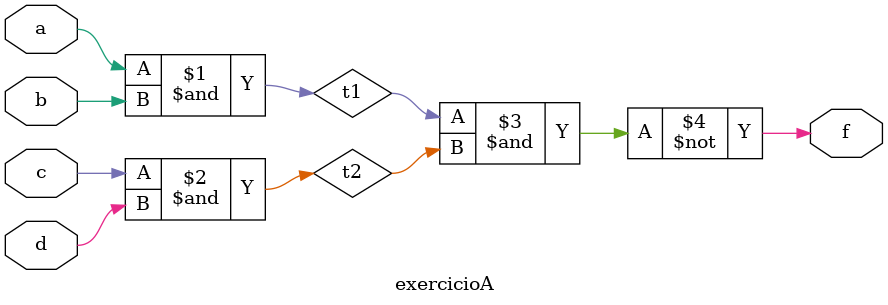
<source format=v>
module exercicioA ( a, b, c, d, f); // declaração do nome do módulo AND
input a, b, c, d; // entrada de dados - um bit
output f; // saída de dados - um bit
wire t1, t2; //declarando a conexão como f
 
assign t1 = a & b; // circuito AND de A e B
assign t2 = c & d; // circuito AND C e D
assign f = ~(t1 & t2);
 
endmodule // final do módulo AND
</source>
